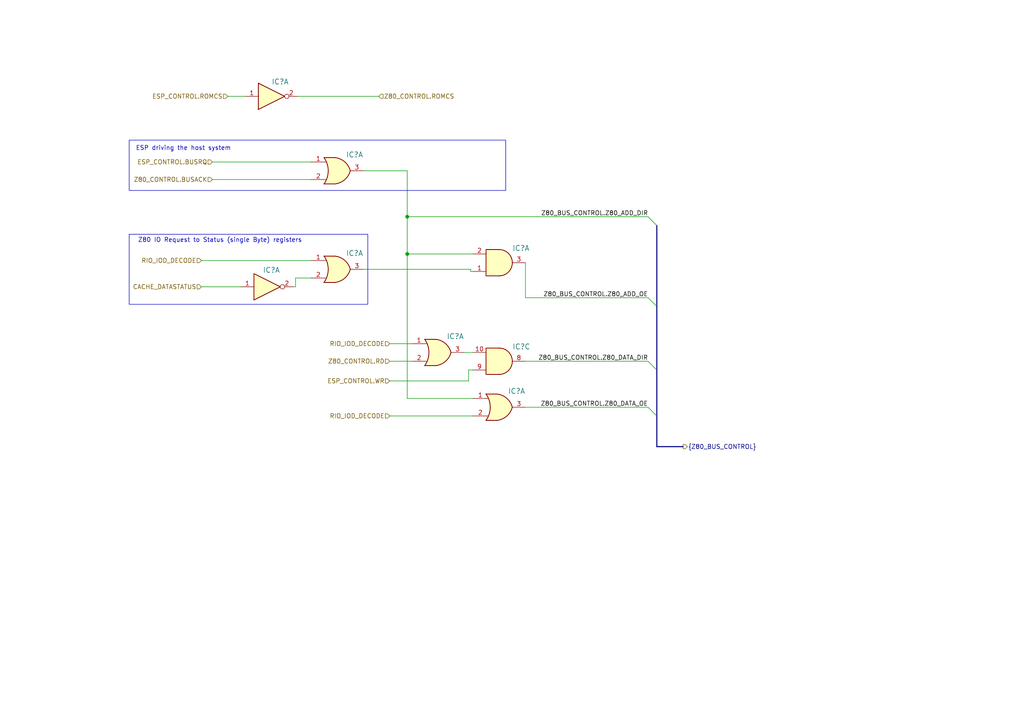
<source format=kicad_sch>
(kicad_sch (version 20230121) (generator eeschema)
  (paper "A4")
  (title_block (comment 1 "This control logic can be implmented in the Z80-BUS") (comment 2 "Logic for contolling the ZX Bus connections"))
  (lib_symbols
    (symbol "74xx:74HC04"
      (property "Reference" "U" (at 0 1.27 0))
      (property "Value" "74HC04" (at 0 -1.27 0))
      (symbol "74HC04_1_0"
        (polyline (pts (xy -3.81 3.81) (xy -3.81 -3.81) (xy 3.81 0) (xy -3.81 3.81)) (stroke (width 0.254)) (fill (type background)))
        (pin input line (at -7.62 0 0) (length 3.81) (name "~") (number "1"))
        (pin output inverted (at 7.62 0 180) (length 3.81) (name "~") (number "2"))
      )
      (symbol "74HC04_2_0"
        (polyline (pts (xy -3.81 3.81) (xy -3.81 -3.81) (xy 3.81 0) (xy -3.81 3.81)) (stroke (width 0.254)) (fill (type background)))
        (pin input line (at -7.62 0 0) (length 3.81) (name "~") (number "3"))
        (pin output inverted (at 7.62 0 180) (length 3.81) (name "~") (number "4"))
      )
      (symbol "74HC04_3_0"
        (polyline (pts (xy -3.81 3.81) (xy -3.81 -3.81) (xy 3.81 0) (xy -3.81 3.81)) (stroke (width 0.254)) (fill (type background)))
        (pin input line (at -7.62 0 0) (length 3.81) (name "~") (number "5"))
        (pin output inverted (at 7.62 0 180) (length 3.81) (name "~") (number "6"))
      )
      (symbol "74HC04_4_0"
        (polyline (pts (xy -3.81 3.81) (xy -3.81 -3.81) (xy 3.81 0) (xy -3.81 3.81)) (stroke (width 0.254)) (fill (type background)))
        (pin output inverted (at 7.62 0 180) (length 3.81) (name "~") (number "8"))
        (pin input line (at -7.62 0 0) (length 3.81) (name "~") (number "9"))
      )
      (symbol "74HC04_5_0"
        (polyline (pts (xy -3.81 3.81) (xy -3.81 -3.81) (xy 3.81 0) (xy -3.81 3.81)) (stroke (width 0.254)) (fill (type background)))
        (pin output inverted (at 7.62 0 180) (length 3.81) (name "~") (number "10"))
        (pin input line (at -7.62 0 0) (length 3.81) (name "~") (number "11"))
      )
      (symbol "74HC04_6_0"
        (polyline (pts (xy -3.81 3.81) (xy -3.81 -3.81) (xy 3.81 0) (xy -3.81 3.81)) (stroke (width 0.254)) (fill (type background)))
        (pin output inverted (at 7.62 0 180) (length 3.81) (name "~") (number "12"))
        (pin input line (at -7.62 0 0) (length 3.81) (name "~") (number "13"))
      )
      (symbol "74HC04_7_0"
        (pin power_in line (at 0 12.7 270) (length 5.08) (name "VCC") (number "14"))
        (pin power_in line (at 0 -12.7 90) (length 5.08) (name "GND") (number "7"))
      )
      (symbol "74HC04_7_1"
        (rectangle (start -5.08 7.62) (end 5.08 -7.62) (stroke (width 0.254)) (fill (type background)))
      )
    )
    (symbol "74xx:74LS08" (pin_names (offset 1.016))
      (property "Reference" "U" (at 0 1.27 0))
      (property "Value" "74LS08" (at 0 -1.27 0))
      (symbol "74LS08_1_1"
        (arc (start 0 -3.81) (mid 3.7934 0) (end 0 3.81) (stroke (width 0.254)) (fill (type background)))
        (polyline (pts (xy 0 3.81) (xy -3.81 3.81) (xy -3.81 -3.81) (xy 0 -3.81)) (stroke (width 0.254)) (fill (type background)))
        (pin input line (at -7.62 2.54 0) (length 3.81) (name "~") (number "1"))
        (pin input line (at -7.62 -2.54 0) (length 3.81) (name "~") (number "2"))
        (pin output line (at 7.62 0 180) (length 3.81) (name "~") (number "3"))
      )
      (symbol "74LS08_1_2"
        (arc (start -3.81 -3.81) (mid -2.589 0) (end -3.81 3.81) (stroke (width 0.254)))
        (arc (start -0.6096 -3.81) (mid 2.1842 -2.5851) (end 3.81 0) (stroke (width 0.254)) (fill (type background)))
        (polyline (pts (xy -3.81 -3.81) (xy -0.635 -3.81)) (stroke (width 0.254)) (fill (type background)))
        (polyline (pts (xy -3.81 3.81) (xy -0.635 3.81)) (stroke (width 0.254)) (fill (type background)))
        (polyline (pts (xy -0.635 3.81) (xy -3.81 3.81) (xy -3.81 3.81) (xy -3.556 3.4036) (xy -3.0226 2.2606) (xy -2.6924 1.0414) (xy -2.6162 -0.254) (xy -2.7686 -1.4986) (xy -3.175 -2.7178) (xy -3.81 -3.81) (xy -3.81 -3.81) (xy -0.635 -3.81)) (stroke (width -25.4)) (fill (type background)))
        (arc (start 3.81 0) (mid 2.1915 2.5936) (end -0.6096 3.81) (stroke (width 0.254)) (fill (type background)))
        (pin input inverted (at -7.62 2.54 0) (length 4.318) (name "~") (number "1"))
        (pin input inverted (at -7.62 -2.54 0) (length 4.318) (name "~") (number "2"))
        (pin output inverted (at 7.62 0 180) (length 3.81) (name "~") (number "3"))
      )
      (symbol "74LS08_2_1"
        (arc (start 0 -3.81) (mid 3.7934 0) (end 0 3.81) (stroke (width 0.254)) (fill (type background)))
        (polyline (pts (xy 0 3.81) (xy -3.81 3.81) (xy -3.81 -3.81) (xy 0 -3.81)) (stroke (width 0.254)) (fill (type background)))
        (pin input line (at -7.62 2.54 0) (length 3.81) (name "~") (number "4"))
        (pin input line (at -7.62 -2.54 0) (length 3.81) (name "~") (number "5"))
        (pin output line (at 7.62 0 180) (length 3.81) (name "~") (number "6"))
      )
      (symbol "74LS08_2_2"
        (arc (start -3.81 -3.81) (mid -2.589 0) (end -3.81 3.81) (stroke (width 0.254)))
        (arc (start -0.6096 -3.81) (mid 2.1842 -2.5851) (end 3.81 0) (stroke (width 0.254)) (fill (type background)))
        (polyline (pts (xy -3.81 -3.81) (xy -0.635 -3.81)) (stroke (width 0.254)) (fill (type background)))
        (polyline (pts (xy -3.81 3.81) (xy -0.635 3.81)) (stroke (width 0.254)) (fill (type background)))
        (polyline (pts (xy -0.635 3.81) (xy -3.81 3.81) (xy -3.81 3.81) (xy -3.556 3.4036) (xy -3.0226 2.2606) (xy -2.6924 1.0414) (xy -2.6162 -0.254) (xy -2.7686 -1.4986) (xy -3.175 -2.7178) (xy -3.81 -3.81) (xy -3.81 -3.81) (xy -0.635 -3.81)) (stroke (width -25.4)) (fill (type background)))
        (arc (start 3.81 0) (mid 2.1915 2.5936) (end -0.6096 3.81) (stroke (width 0.254)) (fill (type background)))
        (pin input inverted (at -7.62 2.54 0) (length 4.318) (name "~") (number "4"))
        (pin input inverted (at -7.62 -2.54 0) (length 4.318) (name "~") (number "5"))
        (pin output inverted (at 7.62 0 180) (length 3.81) (name "~") (number "6"))
      )
      (symbol "74LS08_3_1"
        (arc (start 0 -3.81) (mid 3.7934 0) (end 0 3.81) (stroke (width 0.254)) (fill (type background)))
        (polyline (pts (xy 0 3.81) (xy -3.81 3.81) (xy -3.81 -3.81) (xy 0 -3.81)) (stroke (width 0.254)) (fill (type background)))
        (pin input line (at -7.62 -2.54 0) (length 3.81) (name "~") (number "10"))
        (pin output line (at 7.62 0 180) (length 3.81) (name "~") (number "8"))
        (pin input line (at -7.62 2.54 0) (length 3.81) (name "~") (number "9"))
      )
      (symbol "74LS08_3_2"
        (arc (start -3.81 -3.81) (mid -2.589 0) (end -3.81 3.81) (stroke (width 0.254)))
        (arc (start -0.6096 -3.81) (mid 2.1842 -2.5851) (end 3.81 0) (stroke (width 0.254)) (fill (type background)))
        (polyline (pts (xy -3.81 -3.81) (xy -0.635 -3.81)) (stroke (width 0.254)) (fill (type background)))
        (polyline (pts (xy -3.81 3.81) (xy -0.635 3.81)) (stroke (width 0.254)) (fill (type background)))
        (polyline (pts (xy -0.635 3.81) (xy -3.81 3.81) (xy -3.81 3.81) (xy -3.556 3.4036) (xy -3.0226 2.2606) (xy -2.6924 1.0414) (xy -2.6162 -0.254) (xy -2.7686 -1.4986) (xy -3.175 -2.7178) (xy -3.81 -3.81) (xy -3.81 -3.81) (xy -0.635 -3.81)) (stroke (width -25.4)) (fill (type background)))
        (arc (start 3.81 0) (mid 2.1915 2.5936) (end -0.6096 3.81) (stroke (width 0.254)) (fill (type background)))
        (pin input inverted (at -7.62 -2.54 0) (length 4.318) (name "~") (number "10"))
        (pin output inverted (at 7.62 0 180) (length 3.81) (name "~") (number "8"))
        (pin input inverted (at -7.62 2.54 0) (length 4.318) (name "~") (number "9"))
      )
      (symbol "74LS08_4_1"
        (arc (start 0 -3.81) (mid 3.7934 0) (end 0 3.81) (stroke (width 0.254)) (fill (type background)))
        (polyline (pts (xy 0 3.81) (xy -3.81 3.81) (xy -3.81 -3.81) (xy 0 -3.81)) (stroke (width 0.254)) (fill (type background)))
        (pin output line (at 7.62 0 180) (length 3.81) (name "~") (number "11"))
        (pin input line (at -7.62 2.54 0) (length 3.81) (name "~") (number "12"))
        (pin input line (at -7.62 -2.54 0) (length 3.81) (name "~") (number "13"))
      )
      (symbol "74LS08_4_2"
        (arc (start -3.81 -3.81) (mid -2.589 0) (end -3.81 3.81) (stroke (width 0.254)))
        (arc (start -0.6096 -3.81) (mid 2.1842 -2.5851) (end 3.81 0) (stroke (width 0.254)) (fill (type background)))
        (polyline (pts (xy -3.81 -3.81) (xy -0.635 -3.81)) (stroke (width 0.254)) (fill (type background)))
        (polyline (pts (xy -3.81 3.81) (xy -0.635 3.81)) (stroke (width 0.254)) (fill (type background)))
        (polyline (pts (xy -0.635 3.81) (xy -3.81 3.81) (xy -3.81 3.81) (xy -3.556 3.4036) (xy -3.0226 2.2606) (xy -2.6924 1.0414) (xy -2.6162 -0.254) (xy -2.7686 -1.4986) (xy -3.175 -2.7178) (xy -3.81 -3.81) (xy -3.81 -3.81) (xy -0.635 -3.81)) (stroke (width -25.4)) (fill (type background)))
        (arc (start 3.81 0) (mid 2.1915 2.5936) (end -0.6096 3.81) (stroke (width 0.254)) (fill (type background)))
        (pin output inverted (at 7.62 0 180) (length 3.81) (name "~") (number "11"))
        (pin input inverted (at -7.62 2.54 0) (length 4.318) (name "~") (number "12"))
        (pin input inverted (at -7.62 -2.54 0) (length 4.318) (name "~") (number "13"))
      )
      (symbol "74LS08_5_0"
        (pin power_in line (at 0 12.7 270) (length 5.08) (name "VCC") (number "14"))
        (pin power_in line (at 0 -12.7 90) (length 5.08) (name "GND") (number "7"))
      )
      (symbol "74LS08_5_1"
        (rectangle (start -5.08 7.62) (end 5.08 -7.62) (stroke (width 0.254)) (fill (type background)))
      )
    )
    (symbol "74xx:74LS32" (pin_names (offset 1.016))
      (property "Reference" "U" (at 0 1.27 0))
      (property "Value" "74LS32" (at 0 -1.27 0))
      (symbol "74LS32_1_1"
        (arc (start -3.81 -3.81) (mid -2.589 0) (end -3.81 3.81) (stroke (width 0.254)))
        (arc (start -0.6096 -3.81) (mid 2.1842 -2.5851) (end 3.81 0) (stroke (width 0.254)) (fill (type background)))
        (polyline (pts (xy -3.81 -3.81) (xy -0.635 -3.81)) (stroke (width 0.254)) (fill (type background)))
        (polyline (pts (xy -3.81 3.81) (xy -0.635 3.81)) (stroke (width 0.254)) (fill (type background)))
        (polyline (pts (xy -0.635 3.81) (xy -3.81 3.81) (xy -3.81 3.81) (xy -3.556 3.4036) (xy -3.0226 2.2606) (xy -2.6924 1.0414) (xy -2.6162 -0.254) (xy -2.7686 -1.4986) (xy -3.175 -2.7178) (xy -3.81 -3.81) (xy -3.81 -3.81) (xy -0.635 -3.81)) (stroke (width -25.4)) (fill (type background)))
        (arc (start 3.81 0) (mid 2.1915 2.5936) (end -0.6096 3.81) (stroke (width 0.254)) (fill (type background)))
        (pin input line (at -7.62 2.54 0) (length 4.318) (name "~") (number "1"))
        (pin input line (at -7.62 -2.54 0) (length 4.318) (name "~") (number "2"))
        (pin output line (at 7.62 0 180) (length 3.81) (name "~") (number "3"))
      )
      (symbol "74LS32_1_2"
        (arc (start 0 -3.81) (mid 3.7934 0) (end 0 3.81) (stroke (width 0.254)) (fill (type background)))
        (polyline (pts (xy 0 3.81) (xy -3.81 3.81) (xy -3.81 -3.81) (xy 0 -3.81)) (stroke (width 0.254)) (fill (type background)))
        (pin input inverted (at -7.62 2.54 0) (length 3.81) (name "~") (number "1"))
        (pin input inverted (at -7.62 -2.54 0) (length 3.81) (name "~") (number "2"))
        (pin output inverted (at 7.62 0 180) (length 3.81) (name "~") (number "3"))
      )
      (symbol "74LS32_2_1"
        (arc (start -3.81 -3.81) (mid -2.589 0) (end -3.81 3.81) (stroke (width 0.254)))
        (arc (start -0.6096 -3.81) (mid 2.1842 -2.5851) (end 3.81 0) (stroke (width 0.254)) (fill (type background)))
        (polyline (pts (xy -3.81 -3.81) (xy -0.635 -3.81)) (stroke (width 0.254)) (fill (type background)))
        (polyline (pts (xy -3.81 3.81) (xy -0.635 3.81)) (stroke (width 0.254)) (fill (type background)))
        (polyline (pts (xy -0.635 3.81) (xy -3.81 3.81) (xy -3.81 3.81) (xy -3.556 3.4036) (xy -3.0226 2.2606) (xy -2.6924 1.0414) (xy -2.6162 -0.254) (xy -2.7686 -1.4986) (xy -3.175 -2.7178) (xy -3.81 -3.81) (xy -3.81 -3.81) (xy -0.635 -3.81)) (stroke (width -25.4)) (fill (type background)))
        (arc (start 3.81 0) (mid 2.1915 2.5936) (end -0.6096 3.81) (stroke (width 0.254)) (fill (type background)))
        (pin input line (at -7.62 2.54 0) (length 4.318) (name "~") (number "4"))
        (pin input line (at -7.62 -2.54 0) (length 4.318) (name "~") (number "5"))
        (pin output line (at 7.62 0 180) (length 3.81) (name "~") (number "6"))
      )
      (symbol "74LS32_2_2"
        (arc (start 0 -3.81) (mid 3.7934 0) (end 0 3.81) (stroke (width 0.254)) (fill (type background)))
        (polyline (pts (xy 0 3.81) (xy -3.81 3.81) (xy -3.81 -3.81) (xy 0 -3.81)) (stroke (width 0.254)) (fill (type background)))
        (pin input inverted (at -7.62 2.54 0) (length 3.81) (name "~") (number "4"))
        (pin input inverted (at -7.62 -2.54 0) (length 3.81) (name "~") (number "5"))
        (pin output inverted (at 7.62 0 180) (length 3.81) (name "~") (number "6"))
      )
      (symbol "74LS32_3_1"
        (arc (start -3.81 -3.81) (mid -2.589 0) (end -3.81 3.81) (stroke (width 0.254)))
        (arc (start -0.6096 -3.81) (mid 2.1842 -2.5851) (end 3.81 0) (stroke (width 0.254)) (fill (type background)))
        (polyline (pts (xy -3.81 -3.81) (xy -0.635 -3.81)) (stroke (width 0.254)) (fill (type background)))
        (polyline (pts (xy -3.81 3.81) (xy -0.635 3.81)) (stroke (width 0.254)) (fill (type background)))
        (polyline (pts (xy -0.635 3.81) (xy -3.81 3.81) (xy -3.81 3.81) (xy -3.556 3.4036) (xy -3.0226 2.2606) (xy -2.6924 1.0414) (xy -2.6162 -0.254) (xy -2.7686 -1.4986) (xy -3.175 -2.7178) (xy -3.81 -3.81) (xy -3.81 -3.81) (xy -0.635 -3.81)) (stroke (width -25.4)) (fill (type background)))
        (arc (start 3.81 0) (mid 2.1915 2.5936) (end -0.6096 3.81) (stroke (width 0.254)) (fill (type background)))
        (pin input line (at -7.62 -2.54 0) (length 4.318) (name "~") (number "10"))
        (pin output line (at 7.62 0 180) (length 3.81) (name "~") (number "8"))
        (pin input line (at -7.62 2.54 0) (length 4.318) (name "~") (number "9"))
      )
      (symbol "74LS32_3_2"
        (arc (start 0 -3.81) (mid 3.7934 0) (end 0 3.81) (stroke (width 0.254)) (fill (type background)))
        (polyline (pts (xy 0 3.81) (xy -3.81 3.81) (xy -3.81 -3.81) (xy 0 -3.81)) (stroke (width 0.254)) (fill (type background)))
        (pin input inverted (at -7.62 -2.54 0) (length 3.81) (name "~") (number "10"))
        (pin output inverted (at 7.62 0 180) (length 3.81) (name "~") (number "8"))
        (pin input inverted (at -7.62 2.54 0) (length 3.81) (name "~") (number "9"))
      )
      (symbol "74LS32_4_1"
        (arc (start -3.81 -3.81) (mid -2.589 0) (end -3.81 3.81) (stroke (width 0.254)))
        (arc (start -0.6096 -3.81) (mid 2.1842 -2.5851) (end 3.81 0) (stroke (width 0.254)) (fill (type background)))
        (polyline (pts (xy -3.81 -3.81) (xy -0.635 -3.81)) (stroke (width 0.254)) (fill (type background)))
        (polyline (pts (xy -3.81 3.81) (xy -0.635 3.81)) (stroke (width 0.254)) (fill (type background)))
        (polyline (pts (xy -0.635 3.81) (xy -3.81 3.81) (xy -3.81 3.81) (xy -3.556 3.4036) (xy -3.0226 2.2606) (xy -2.6924 1.0414) (xy -2.6162 -0.254) (xy -2.7686 -1.4986) (xy -3.175 -2.7178) (xy -3.81 -3.81) (xy -3.81 -3.81) (xy -0.635 -3.81)) (stroke (width -25.4)) (fill (type background)))
        (arc (start 3.81 0) (mid 2.1915 2.5936) (end -0.6096 3.81) (stroke (width 0.254)) (fill (type background)))
        (pin output line (at 7.62 0 180) (length 3.81) (name "~") (number "11"))
        (pin input line (at -7.62 2.54 0) (length 4.318) (name "~") (number "12"))
        (pin input line (at -7.62 -2.54 0) (length 4.318) (name "~") (number "13"))
      )
      (symbol "74LS32_4_2"
        (arc (start 0 -3.81) (mid 3.7934 0) (end 0 3.81) (stroke (width 0.254)) (fill (type background)))
        (polyline (pts (xy 0 3.81) (xy -3.81 3.81) (xy -3.81 -3.81) (xy 0 -3.81)) (stroke (width 0.254)) (fill (type background)))
        (pin output inverted (at 7.62 0 180) (length 3.81) (name "~") (number "11"))
        (pin input inverted (at -7.62 2.54 0) (length 3.81) (name "~") (number "12"))
        (pin input inverted (at -7.62 -2.54 0) (length 3.81) (name "~") (number "13"))
      )
      (symbol "74LS32_5_0"
        (pin power_in line (at 0 12.7 270) (length 5.08) (name "VCC") (number "14"))
        (pin power_in line (at 0 -12.7 90) (length 5.08) (name "GND") (number "7"))
      )
      (symbol "74LS32_5_1"
        (rectangle (start -5.08 7.62) (end 5.08 -7.62) (stroke (width 0.254)) (fill (type background)))
      )
    )
  )
  (junction (at 118.11 62.865))
  (junction (at 118.11 73.66))
  (bus_entry (at 187.96 104.775) (size 2.54 2.54))
  (bus_entry (at 187.96 118.11) (size 2.54 2.54))
  (bus_entry (at 187.96 86.36) (size 2.54 2.54))
  (bus_entry (at 187.96 62.865) (size 2.54 2.54))
  (wire (pts (xy 187.96 104.775) (xy 152.4 104.775)))
  (wire (pts (xy 58.42 83.185) (xy 69.85 83.185)))
  (wire (pts (xy 90.17 75.565) (xy 58.42 75.565)))
  (wire (pts (xy 113.03 110.49) (xy 135.89 110.49)))
  (wire (pts (xy 105.41 49.53) (xy 118.11 49.53)))
  (wire (pts (xy 118.11 62.865) (xy 187.96 62.865)))
  (wire (pts (xy 152.4 76.2) (xy 152.4 86.36)))
  (wire (pts (xy 66.04 27.94) (xy 71.12 27.94)))
  (wire (pts (xy 136.525 78.105) (xy 105.41 78.105)))
  (bus (pts (xy 190.5 120.65) (xy 190.5 129.54)))
  (wire (pts (xy 85.725 83.185) (xy 85.725 80.645)))
  (wire (pts (xy 118.11 49.53) (xy 118.11 62.865)))
  (wire (pts (xy 135.89 107.315) (xy 135.89 110.49)))
  (wire (pts (xy 152.4 118.11) (xy 187.96 118.11)))
  (wire (pts (xy 61.595 46.99) (xy 90.17 46.99)))
  (wire (pts (xy 118.11 62.865) (xy 118.11 73.66)))
  (wire (pts (xy 136.525 78.74) (xy 136.525 78.105)))
  (wire (pts (xy 113.03 104.775) (xy 119.38 104.775)))
  (wire (pts (xy 134.62 102.235) (xy 137.16 102.235)))
  (wire (pts (xy 118.11 73.66) (xy 118.11 115.57)))
  (wire (pts (xy 113.03 120.65) (xy 137.16 120.65)))
  (wire (pts (xy 152.4 86.36) (xy 187.96 86.36)))
  (bus (pts (xy 190.5 65.405) (xy 190.5 88.9)))
  (wire (pts (xy 85.725 80.645) (xy 90.17 80.645)))
  (bus (pts (xy 190.5 107.315) (xy 190.5 120.65)))
  (wire (pts (xy 85.725 83.185) (xy 85.09 83.185)))
  (wire (pts (xy 109.855 27.94) (xy 86.36 27.94)))
  (bus (pts (xy 190.5 88.9) (xy 190.5 107.315)))
  (wire (pts (xy 113.03 99.695) (xy 119.38 99.695)))
  (wire (pts (xy 137.16 115.57) (xy 118.11 115.57)))
  (wire (pts (xy 61.595 52.07) (xy 90.17 52.07)))
  (wire (pts (xy 118.11 73.66) (xy 137.16 73.66)))
  (bus (pts (xy 190.5 129.54) (xy 198.12 129.54)))
  (wire (pts (xy 137.16 78.74) (xy 136.525 78.74)))
  (wire (pts (xy 135.89 107.315) (xy 137.16 107.315)))
  (rectangle (start 37.465 40.64) (end 146.685 55.245))
  (rectangle (start 37.465 67.945) (end 106.68 88.265))
  (text "ESP driving the host system" (at 39.37 43.815 0) (effects (font (size 1.27 1.27)) (justify left bottom)))
  (text "Z80 IO Request to Status (single Byte) registers" (at 40.005 70.485 0) (effects (font (size 1.27 1.27)) (justify left bottom)))
  (label "Z80_BUS_CONTROL.Z80_ADD_DIR" (at 187.96 62.865 180))
  (label "Z80_BUS_CONTROL.Z80_DATA_DIR" (at 187.96 104.775 180))
  (label "Z80_BUS_CONTROL.Z80_DATA_OE" (at 187.96 118.11 180))
  (label "Z80_BUS_CONTROL.Z80_ADD_OE" (at 187.96 86.36 180))
  (hierarchical_label "Z80_CONTROL.ROMCS" (shape input) (at 109.855 27.94 0))
  (hierarchical_label "RIO_IOD_DECODE" (shape input) (at 58.42 75.565 180))
  (hierarchical_label "ESP_CONTROL.ROMCS" (shape input) (at 66.04 27.94 180))
  (hierarchical_label "ESP_CONTROL.BUSRQ" (shape input) (at 61.595 46.99 180))
  (hierarchical_label "{Z80_BUS_CONTROL}" (shape output) (at 198.12 129.54 0))
  (hierarchical_label "RIO_IOD_DECODE" (shape input) (at 113.03 120.65 180))
  (hierarchical_label "Z80_CONTROL.BUSACK" (shape input) (at 61.595 52.07 180))
  (hierarchical_label "Z80_CONTROL.RD" (shape input) (at 113.03 104.775 180))
  (hierarchical_label "RIO_IOD_DECODE" (shape input) (at 113.03 99.695 180))
  (hierarchical_label "CACHE_DATASTATUS" (shape input) (at 58.42 83.185 180))
  (hierarchical_label "ESP_CONTROL.WR" (shape input) (at 113.03 110.49 180))
  (symbol (lib_id "74xx:74HC04") (at 78.74 27.94 0) (mirror x) (unit 1)
    (property "Reference" "IC?" (at 78.74 22.86 0) (effects (font (size 1.4986 1.4986)) (justify left bottom)))
    (property "Value" "7404N" (effects hide))
    (property "Footprint" "Package_DIP:DIP-14_W7.62mm_Socket" (effects hide))
    (property "Datasheet" "https://assets.nexperia.com/documents/data-sheet/74HC_HCT04.pdf" (effects hide))
    (instances (project "GLUE_ZXspectrum_impl" (path "" (reference "IC?") (unit 1)) (path "" (reference "IC?") (unit 5))) (project "ZXspectrum_Concept_v2.kicad_pro" (path "" (reference "IC1") (unit 6))) (project "GLUE_ZXspectrum" (path "" (reference "IC?") (unit 1)) (path "" (reference "IC?") (unit 1))))
  )
  (symbol (lib_id "74xx:74LS32") (at 144.78 118.11 0) (unit 1)
    (property "Reference" "IC?" (at 147.32 114.3 0) (effects (font (size 1.4986 1.4986)) (justify left bottom)))
    (property "Value" "74HC32N" (effects hide))
    (property "Footprint" "Package_DIP:DIP-14_W7.62mm_Socket" (effects hide))
    (property "Datasheet" "http://www.ti.com/lit/gpn/sn74LS32" (effects hide))
    (instances (project "GLUE_ZXspectrum_impl" (path "" (reference "IC?") (unit 1)) (path "" (reference "IC?") (unit 2))) (project "ZXspectrum_Concept_v2.kicad_pro" (path "" (reference "IC7") (unit 4))) (project "GLUE_ZXspectrum" (path "" (reference "IC?") (unit 1))) (project "Logic_core" (path "" (reference "IC?") (unit 2))))
  )
  (symbol (lib_id "74xx:74LS08") (at 144.78 76.2 0) (mirror x) (unit 1)
    (property "Reference" "IC?" (at 148.59 71.12 0) (effects (font (size 1.4986 1.4986)) (justify left bottom)))
    (property "Value" "74HC08N" (effects hide))
    (property "Footprint" "Package_DIP:DIP-14_W7.62mm_Socket" (effects hide))
    (property "Datasheet" "http://www.ti.com/lit/gpn/sn74LS08" (effects hide))
    (instances (project "GLUE_ZXspectrum_impl" (path "" (reference "IC?") (unit 1))) (project "ZXspectrum_Concept_v2.kicad_pro" (path "" (reference "IC8") (unit 3))) (project "GLUE_ZXspectrum" (path "" (reference "IC?") (unit 1)) (path "" (reference "IC?") (unit 1))))
  )
  (symbol (lib_id "74xx:74LS08") (at 144.78 104.775 0) (mirror x) (unit 3)
    (property "Reference" "IC?" (at 148.59 99.695 0) (effects (font (size 1.4986 1.4986)) (justify left bottom)))
    (property "Value" "74HC08N" (effects hide))
    (property "Footprint" "Package_DIP:DIP-14_W7.62mm_Socket" (effects hide))
    (property "Datasheet" "http://www.ti.com/lit/gpn/sn74LS08" (effects hide))
    (instances (project "GLUE_ZXspectrum_impl" (path "" (reference "IC?") (unit 3))) (project "ZXspectrum_Concept_v2.kicad_pro" (path "" (reference "IC6") (unit 3))) (project "GLUE_ZXspectrum" (path "" (reference "IC?") (unit 1)) (path "" (reference "IC?") (unit 1))))
  )
  (symbol (lib_id "74xx:74LS32") (at 127 102.235 0) (unit 1)
    (property "Reference" "IC?" (at 129.54 98.425 0) (effects (font (size 1.4986 1.4986)) (justify left bottom)))
    (property "Value" "74HC32N" (effects hide))
    (property "Footprint" "Package_DIP:DIP-14_W7.62mm_Socket" (effects hide))
    (property "Datasheet" "http://www.ti.com/lit/gpn/sn74LS32" (effects hide))
    (instances (project "GLUE_ZXspectrum_impl" (path "" (reference "IC?") (unit 1)) (path "" (reference "IC?") (unit 2))) (project "ZXspectrum_Concept_v2.kicad_pro" (path "" (reference "IC7") (unit 1))) (project "GLUE_ZXspectrum" (path "" (reference "IC?") (unit 2))) (project "Logic_core" (path "" (reference "IC?") (unit 2))))
  )
  (symbol (lib_id "74xx:74LS32") (at 97.79 78.105 0) (unit 1)
    (property "Reference" "IC?" (at 100.33 74.295 0) (effects (font (size 1.4986 1.4986)) (justify left bottom)))
    (property "Value" "74HC32N" (effects hide))
    (property "Footprint" "Package_DIP:DIP-14_W7.62mm_Socket" (effects hide))
    (property "Datasheet" "http://www.ti.com/lit/gpn/sn74LS32" (effects hide))
    (instances (project "GLUE_ZXspectrum_impl" (path "" (reference "IC?") (unit 1)) (path "" (reference "IC?") (unit 1))) (project "ZXspectrum_Concept_v2.kicad_pro" (path "" (reference "IC5") (unit 1))) (project "GLUE_ZXspectrum" (path "" (reference "IC?") (unit 1))) (project "Logic_core" (path "" (reference "IC?") (unit 1))))
  )
  (symbol (lib_id "74xx:74HC04") (at 77.47 83.185 0) (mirror x) (unit 1)
    (property "Reference" "IC?" (at 76.2 77.47 0) (effects (font (size 1.4986 1.4986)) (justify left bottom)))
    (property "Value" "7404N" (effects hide))
    (property "Footprint" "Package_DIP:DIP-14_W7.62mm_Socket" (effects hide))
    (property "Datasheet" "https://assets.nexperia.com/documents/data-sheet/74HC_HCT04.pdf" (effects hide))
    (instances (project "GLUE_ZXspectrum_impl" (path "" (reference "IC?") (unit 1)) (path "" (reference "IC?") (unit 5))) (project "ZXspectrum_Concept_v2.kicad_pro" (path "" (reference "IC1") (unit 5))) (project "GLUE_ZXspectrum" (path "" (reference "IC?") (unit 1)) (path "" (reference "IC?") (unit 1))))
  )
  (symbol (lib_id "74xx:74LS32") (at 97.79 49.53 0) (unit 1)
    (property "Reference" "IC?" (at 100.33 45.72 0) (effects (font (size 1.4986 1.4986)) (justify left bottom)))
    (property "Value" "74HC32N" (effects hide))
    (property "Footprint" "Package_DIP:DIP-14_W7.62mm_Socket" (effects hide))
    (property "Datasheet" "http://www.ti.com/lit/gpn/sn74LS32" (effects hide))
    (instances (project "GLUE_ZXspectrum_impl" (path "" (reference "IC?") (unit 1)) (path "" (reference "IC?") (unit 1))) (project "ZXspectrum_Concept_v2.kicad_pro" (path "" (reference "IC2") (unit 1))) (project "GLUE_ZXspectrum" (path "" (reference "IC?") (unit 1))) (project "Logic_core" (path "" (reference "IC?") (unit 1))))
  )
)
</source>
